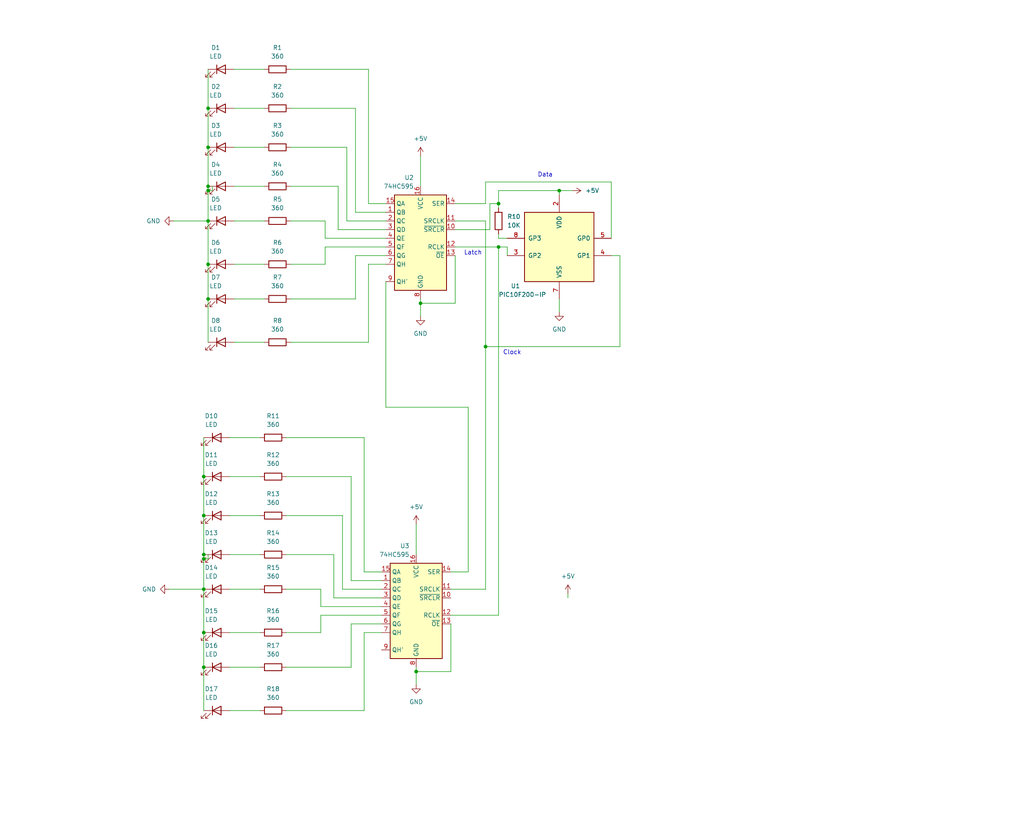
<source format=kicad_sch>
(kicad_sch (version 20230121) (generator eeschema)
  (paper "User" 299.999 240.995)
  (title_block (title "PIC10F200 and 2 x74HC595 with  two wires interface setup") (company "Ricardo Lima Caratti"))
  (lib_symbols
    (symbol "74xx:74HC595"
      (property "Reference" "U" (at -7.62 13.97 0))
      (property "Value" "74HC595" (at -7.62 -16.51 0))
      (symbol "74HC595_1_0"
        (pin tri_state line (at 10.16 7.62 180) (length 2.54) (name "QB") (number "1"))
        (pin input line (at -10.16 2.54 0) (length 2.54) (name "~{SRCLR}") (number "10"))
        (pin input line (at -10.16 5.08 0) (length 2.54) (name "SRCLK") (number "11"))
        (pin input line (at -10.16 -2.54 0) (length 2.54) (name "RCLK") (number "12"))
        (pin input line (at -10.16 -5.08 0) (length 2.54) (name "~{OE}") (number "13"))
        (pin input line (at -10.16 10.16 0) (length 2.54) (name "SER") (number "14"))
        (pin tri_state line (at 10.16 10.16 180) (length 2.54) (name "QA") (number "15"))
        (pin power_in line (at 0 15.24 270) (length 2.54) (name "VCC") (number "16"))
        (pin tri_state line (at 10.16 5.08 180) (length 2.54) (name "QC") (number "2"))
        (pin tri_state line (at 10.16 2.54 180) (length 2.54) (name "QD") (number "3"))
        (pin tri_state line (at 10.16 0 180) (length 2.54) (name "QE") (number "4"))
        (pin tri_state line (at 10.16 -2.54 180) (length 2.54) (name "QF") (number "5"))
        (pin tri_state line (at 10.16 -5.08 180) (length 2.54) (name "QG") (number "6"))
        (pin tri_state line (at 10.16 -7.62 180) (length 2.54) (name "QH") (number "7"))
        (pin power_in line (at 0 -17.78 90) (length 2.54) (name "GND") (number "8"))
        (pin output line (at 10.16 -12.7 180) (length 2.54) (name "QH'") (number "9"))
      )
      (symbol "74HC595_1_1"
        (rectangle (start -7.62 12.7) (end 7.62 -15.24) (stroke (width 0.254)) (fill (type background)))
      )
    )
    (symbol "Device:LED" (pin_numbers hide) (pin_names (offset 1.016) hide)
      (property "Reference" "D" (at 0 2.54 0))
      (property "Value" "LED" (at 0 -2.54 0))
      (symbol "LED_0_1"
        (polyline (pts (xy -1.27 -1.27) (xy -1.27 1.27)) (stroke (width 0.254)))
        (polyline (pts (xy -1.27 0) (xy 1.27 0)))
        (polyline (pts (xy 1.27 -1.27) (xy 1.27 1.27) (xy -1.27 0) (xy 1.27 -1.27)) (stroke (width 0.254)))
        (polyline (pts (xy -3.048 -0.762) (xy -4.572 -2.286) (xy -3.81 -2.286) (xy -4.572 -2.286) (xy -4.572 -1.524)))
        (polyline (pts (xy -1.778 -0.762) (xy -3.302 -2.286) (xy -2.54 -2.286) (xy -3.302 -2.286) (xy -3.302 -1.524)))
      )
      (symbol "LED_1_1"
        (pin passive line (at -3.81 0 0) (length 2.54) (name "K") (number "1"))
        (pin passive line (at 3.81 0 180) (length 2.54) (name "A") (number "2"))
      )
    )
    (symbol "Device:R" (pin_numbers hide) (pin_names (offset 0))
      (property "Reference" "R" (at 2.032 0 90))
      (property "Value" "R" (at 0 0 90))
      (symbol "R_0_1"
        (rectangle (start -1.016 -2.54) (end 1.016 2.54) (stroke (width 0.254)))
      )
      (symbol "R_1_1"
        (pin passive line (at 0 3.81 270) (length 1.27) (name "~") (number "1"))
        (pin passive line (at 0 -3.81 90) (length 1.27) (name "~") (number "2"))
      )
    )
    (symbol "MCU_Microchip_PIC10:PIC10F200-IP" (pin_names (offset 1.016))
      (property "Reference" "U" (at 1.27 13.97 0))
      (property "Value" "PIC10F200-IP" (at 1.27 11.43 0))
      (symbol "PIC10F200-IP_0_1"
        (rectangle (start -10.16 10.16) (end 10.16 -10.16) (stroke (width 0.254)) (fill (type background)))
      )
      (symbol "PIC10F200-IP_1_1"
        (pin power_in line (at 0 15.24 270) (length 5.08) (name "VDD") (number "2"))
        (pin bidirectional line (at 15.24 -2.54 180) (length 5.08) (name "GP2") (number "3"))
        (pin bidirectional line (at -15.24 -2.54 0) (length 5.08) (name "GP1") (number "4"))
        (pin bidirectional line (at -15.24 2.54 0) (length 5.08) (name "GP0") (number "5"))
        (pin power_in line (at 0 -15.24 90) (length 5.08) (name "VSS") (number "7"))
        (pin input line (at 15.24 2.54 180) (length 5.08) (name "GP3") (number "8"))
      )
    )
    (symbol "power:+5V" (power) (pin_names (offset 0))
      (property "Value" "+5V" (at 0 3.556 0))
      (symbol "+5V_0_1"
        (polyline (pts (xy -0.762 1.27) (xy 0 2.54)))
        (polyline (pts (xy 0 0) (xy 0 2.54)))
        (polyline (pts (xy 0 2.54) (xy 0.762 1.27)))
      )
      (symbol "+5V_1_1"
        (pin power_in line (at 0 0 90) (length 0) hide (name "+5V") (number "1"))
      )
    )
    (symbol "power:GND" (power) (pin_names (offset 0))
      (property "Value" "GND" (at 0 -3.81 0))
      (symbol "GND_0_1"
        (polyline (pts (xy 0 0) (xy 0 -1.27) (xy 1.27 -1.27) (xy 0 -2.54) (xy -1.27 -1.27) (xy 0 -1.27)))
      )
      (symbol "GND_1_1"
        (pin power_in line (at 0 0 270) (length 0) hide (name "GND") (number "1"))
      )
    )
  )
  (junction (at 59.69 163.83))
  (junction (at 123.19 88.9))
  (junction (at 60.96 54.61))
  (junction (at 60.96 64.77))
  (junction (at 60.96 77.47))
  (junction (at 59.69 162.56))
  (junction (at 60.96 87.63))
  (junction (at 59.69 151.13))
  (junction (at 163.83 55.88))
  (junction (at 59.69 139.7))
  (junction (at 60.96 31.75))
  (junction (at 121.92 196.85))
  (junction (at 146.05 59.69))
  (junction (at 60.96 43.18))
  (junction (at 59.69 195.58))
  (junction (at 59.69 172.72))
  (junction (at 60.96 55.88))
  (junction (at 146.05 72.39))
  (junction (at 59.69 185.42))
  (junction (at 142.24 101.6))
  (wire (pts (xy 67.31 195.58) (xy 76.2 195.58)))
  (wire (pts (xy 68.58 77.47) (xy 77.47 77.47)))
  (wire (pts (xy 62.23 54.61) (xy 62.23 55.88)))
  (wire (pts (xy 100.33 172.72) (xy 100.33 151.13)))
  (wire (pts (xy 60.96 55.88) (xy 60.96 64.77)))
  (wire (pts (xy 95.25 69.85) (xy 95.25 64.77)))
  (wire (pts (xy 166.37 173.99) (xy 166.37 175.26)))
  (wire (pts (xy 67.31 208.28) (xy 76.2 208.28)))
  (wire (pts (xy 85.09 64.77) (xy 95.25 64.77)))
  (wire (pts (xy 95.25 72.39) (xy 95.25 77.47)))
  (wire (pts (xy 121.92 196.85) (xy 132.08 196.85)))
  (wire (pts (xy 111.76 185.42) (xy 106.68 185.42)))
  (wire (pts (xy 111.76 170.18) (xy 102.87 170.18)))
  (wire (pts (xy 83.82 172.72) (xy 93.98 172.72)))
  (wire (pts (xy 102.87 170.18) (xy 102.87 139.7)))
  (wire (pts (xy 67.31 139.7) (xy 76.2 139.7)))
  (wire (pts (xy 67.31 128.27) (xy 76.2 128.27)))
  (wire (pts (xy 62.23 55.88) (xy 60.96 55.88)))
  (wire (pts (xy 85.09 100.33) (xy 107.95 100.33)))
  (wire (pts (xy 133.35 59.69) (xy 142.24 59.69)))
  (wire (pts (xy 59.69 172.72) (xy 59.69 185.42)))
  (wire (pts (xy 60.96 20.32) (xy 60.96 31.75)))
  (wire (pts (xy 142.24 172.72) (xy 142.24 101.6)))
  (wire (pts (xy 68.58 20.32) (xy 77.47 20.32)))
  (wire (pts (xy 60.96 77.47) (xy 60.96 87.63)))
  (wire (pts (xy 163.83 87.63) (xy 163.83 91.44)))
  (wire (pts (xy 133.35 72.39) (xy 146.05 72.39)))
  (wire (pts (xy 67.31 185.42) (xy 76.2 185.42)))
  (wire (pts (xy 60.96 43.18) (xy 60.96 54.61)))
  (wire (pts (xy 137.16 167.64) (xy 137.16 119.38)))
  (wire (pts (xy 60.96 31.75) (xy 60.96 43.18)))
  (wire (pts (xy 148.59 69.85) (xy 146.05 69.85)))
  (wire (pts (xy 67.31 151.13) (xy 76.2 151.13)))
  (wire (pts (xy 104.14 31.75) (xy 85.09 31.75)))
  (wire (pts (xy 49.53 172.72) (xy 59.69 172.72)))
  (wire (pts (xy 133.35 67.31) (xy 143.51 67.31)))
  (wire (pts (xy 111.76 175.26) (xy 97.79 175.26)))
  (wire (pts (xy 60.96 162.56) (xy 60.96 163.83)))
  (wire (pts (xy 59.69 139.7) (xy 59.69 151.13)))
  (wire (pts (xy 104.14 74.93) (xy 104.14 87.63)))
  (wire (pts (xy 123.19 88.9) (xy 123.19 92.71)))
  (wire (pts (xy 181.61 74.93) (xy 181.61 101.6)))
  (wire (pts (xy 101.6 64.77) (xy 101.6 43.18)))
  (wire (pts (xy 121.92 196.85) (xy 121.92 200.66)))
  (wire (pts (xy 163.83 57.15) (xy 163.83 55.88)))
  (wire (pts (xy 93.98 185.42) (xy 83.82 185.42)))
  (wire (pts (xy 111.76 177.8) (xy 93.98 177.8)))
  (wire (pts (xy 95.25 77.47) (xy 85.09 77.47)))
  (wire (pts (xy 104.14 62.23) (xy 104.14 31.75)))
  (wire (pts (xy 123.19 87.63) (xy 123.19 88.9)))
  (wire (pts (xy 113.03 77.47) (xy 107.95 77.47)))
  (wire (pts (xy 67.31 162.56) (xy 76.2 162.56)))
  (wire (pts (xy 83.82 128.27) (xy 106.68 128.27)))
  (wire (pts (xy 68.58 43.18) (xy 77.47 43.18)))
  (wire (pts (xy 107.95 77.47) (xy 107.95 100.33)))
  (wire (pts (xy 60.96 54.61) (xy 60.96 55.88)))
  (wire (pts (xy 142.24 64.77) (xy 142.24 101.6)))
  (wire (pts (xy 121.92 195.58) (xy 121.92 196.85)))
  (wire (pts (xy 146.05 55.88) (xy 163.83 55.88)))
  (wire (pts (xy 97.79 175.26) (xy 97.79 162.56)))
  (wire (pts (xy 99.06 54.61) (xy 85.09 54.61)))
  (wire (pts (xy 132.08 180.34) (xy 146.05 180.34)))
  (wire (pts (xy 68.58 100.33) (xy 77.47 100.33)))
  (wire (pts (xy 133.35 64.77) (xy 142.24 64.77)))
  (wire (pts (xy 113.03 62.23) (xy 104.14 62.23)))
  (wire (pts (xy 121.92 153.67) (xy 121.92 162.56)))
  (wire (pts (xy 132.08 182.88) (xy 132.08 196.85)))
  (wire (pts (xy 113.03 74.93) (xy 104.14 74.93)))
  (wire (pts (xy 93.98 177.8) (xy 93.98 172.72)))
  (wire (pts (xy 68.58 54.61) (xy 77.47 54.61)))
  (wire (pts (xy 106.68 167.64) (xy 111.76 167.64)))
  (wire (pts (xy 67.31 172.72) (xy 76.2 172.72)))
  (wire (pts (xy 123.19 45.72) (xy 123.19 54.61)))
  (wire (pts (xy 100.33 151.13) (xy 83.82 151.13)))
  (wire (pts (xy 59.69 163.83) (xy 59.69 172.72)))
  (wire (pts (xy 60.96 64.77) (xy 60.96 77.47)))
  (wire (pts (xy 132.08 167.64) (xy 137.16 167.64)))
  (wire (pts (xy 59.69 151.13) (xy 59.69 162.56)))
  (wire (pts (xy 133.35 74.93) (xy 133.35 88.9)))
  (wire (pts (xy 146.05 68.58) (xy 146.05 69.85)))
  (wire (pts (xy 107.95 20.32) (xy 107.95 59.69)))
  (wire (pts (xy 102.87 182.88) (xy 102.87 195.58)))
  (wire (pts (xy 68.58 64.77) (xy 77.47 64.77)))
  (wire (pts (xy 60.96 163.83) (xy 59.69 163.83)))
  (wire (pts (xy 111.76 172.72) (xy 100.33 172.72)))
  (wire (pts (xy 113.03 69.85) (xy 95.25 69.85)))
  (wire (pts (xy 113.03 64.77) (xy 101.6 64.77)))
  (wire (pts (xy 99.06 67.31) (xy 99.06 54.61)))
  (wire (pts (xy 50.8 64.77) (xy 60.96 64.77)))
  (wire (pts (xy 60.96 87.63) (xy 60.96 100.33)))
  (wire (pts (xy 163.83 55.88) (xy 167.64 55.88)))
  (wire (pts (xy 179.07 53.34) (xy 179.07 69.85)))
  (wire (pts (xy 179.07 74.93) (xy 181.61 74.93)))
  (wire (pts (xy 146.05 60.96) (xy 146.05 59.69)))
  (wire (pts (xy 59.69 162.56) (xy 59.69 163.83)))
  (wire (pts (xy 143.51 59.69) (xy 146.05 59.69)))
  (wire (pts (xy 113.03 119.38) (xy 113.03 82.55)))
  (wire (pts (xy 85.09 20.32) (xy 107.95 20.32)))
  (wire (pts (xy 106.68 185.42) (xy 106.68 208.28)))
  (wire (pts (xy 143.51 67.31) (xy 143.51 59.69)))
  (wire (pts (xy 142.24 59.69) (xy 142.24 53.34)))
  (wire (pts (xy 68.58 31.75) (xy 77.47 31.75)))
  (wire (pts (xy 107.95 59.69) (xy 113.03 59.69)))
  (wire (pts (xy 113.03 67.31) (xy 99.06 67.31)))
  (wire (pts (xy 111.76 180.34) (xy 93.98 180.34)))
  (wire (pts (xy 85.09 87.63) (xy 104.14 87.63)))
  (wire (pts (xy 83.82 195.58) (xy 102.87 195.58)))
  (wire (pts (xy 123.19 88.9) (xy 133.35 88.9)))
  (wire (pts (xy 181.61 101.6) (xy 142.24 101.6)))
  (wire (pts (xy 146.05 72.39) (xy 148.59 72.39)))
  (wire (pts (xy 68.58 87.63) (xy 77.47 87.63)))
  (wire (pts (xy 113.03 72.39) (xy 95.25 72.39)))
  (wire (pts (xy 142.24 53.34) (xy 179.07 53.34)))
  (wire (pts (xy 148.59 72.39) (xy 148.59 74.93)))
  (wire (pts (xy 59.69 185.42) (xy 59.69 195.58)))
  (wire (pts (xy 97.79 162.56) (xy 83.82 162.56)))
  (wire (pts (xy 106.68 128.27) (xy 106.68 167.64)))
  (wire (pts (xy 102.87 139.7) (xy 83.82 139.7)))
  (wire (pts (xy 146.05 180.34) (xy 146.05 72.39)))
  (wire (pts (xy 111.76 182.88) (xy 102.87 182.88)))
  (wire (pts (xy 83.82 208.28) (xy 106.68 208.28)))
  (wire (pts (xy 146.05 59.69) (xy 146.05 55.88)))
  (wire (pts (xy 132.08 172.72) (xy 142.24 172.72)))
  (wire (pts (xy 59.69 128.27) (xy 59.69 139.7)))
  (wire (pts (xy 59.69 195.58) (xy 59.69 208.28)))
  (wire (pts (xy 137.16 119.38) (xy 113.03 119.38)))
  (wire (pts (xy 101.6 43.18) (xy 85.09 43.18)))
  (wire (pts (xy 93.98 180.34) (xy 93.98 185.42)))
  (text "Data" (at 157.48 52.07 0) (effects (font (size 1.27 1.27)) (justify left bottom)))
  (text "Clock" (at 147.32 104.14 0) (effects (font (size 1.27 1.27)) (justify left bottom)))
  (text "Latch" (at 135.89 74.93 0) (effects (font (size 1.27 1.27)) (justify left bottom)))
  (symbol (lib_id "Device:R") (at 81.28 31.75 90) (unit 1)
    (property "Reference" "R2" (at 81.28 25.4 90))
    (property "Value" "360" (at 81.28 27.94 90))
  )
  (symbol (lib_id "Device:R") (at 81.28 20.32 90) (unit 1)
    (property "Reference" "R1" (at 81.28 13.97 90))
    (property "Value" "360" (at 81.28 16.51 90))
  )
  (symbol (lib_id "Device:LED") (at 64.77 31.75 0) (unit 1)
    (property "Reference" "D2" (at 63.1825 25.4 0))
    (property "Value" "LED" (at 63.1825 27.94 0))
  )
  (symbol (lib_id "74xx:74HC595") (at 121.92 177.8 0) (mirror y) (unit 1)
    (property "Reference" "U3" (at 119.9641 160.02 0) (effects (justify left)))
    (property "Value" "74HC595" (at 119.9641 162.56 0) (effects (justify left)))
    (property "Datasheet" "http://www.ti.com/lit/ds/symlink/sn74hc595.pdf" (effects hide))
  )
  (symbol (lib_id "Device:LED") (at 63.5 151.13 0) (unit 1)
    (property "Reference" "D12" (at 61.9125 144.78 0))
    (property "Value" "LED" (at 61.9125 147.32 0))
  )
  (symbol (lib_id "Device:LED") (at 64.77 20.32 0) (unit 1)
    (property "Reference" "D1" (at 63.1825 13.97 0))
    (property "Value" "LED" (at 63.1825 16.51 0))
  )
  (symbol (lib_id "power:+5V") (at 121.92 153.67 0) (unit 1)
    (property "Reference" "#PWR07" (effects hide))
    (property "Value" "+5V" (at 121.92 148.59 0))
  )
  (symbol (lib_id "74xx:74HC595") (at 123.19 69.85 0) (mirror y) (unit 1)
    (property "Reference" "U2" (at 121.2341 52.07 0) (effects (justify left)))
    (property "Value" "74HC595" (at 121.2341 54.61 0) (effects (justify left)))
    (property "Datasheet" "http://www.ti.com/lit/ds/symlink/sn74hc595.pdf" (effects hide))
  )
  (symbol (lib_id "Device:LED") (at 63.5 185.42 0) (unit 1)
    (property "Reference" "D15" (at 61.9125 179.07 0))
    (property "Value" "LED" (at 61.9125 181.61 0))
  )
  (symbol (lib_id "Device:LED") (at 64.77 43.18 0) (unit 1)
    (property "Reference" "D3" (at 63.1825 36.83 0))
    (property "Value" "LED" (at 63.1825 39.37 0))
  )
  (symbol (lib_id "Device:LED") (at 64.77 100.33 0) (unit 1)
    (property "Reference" "D8" (at 63.1825 93.98 0))
    (property "Value" "LED" (at 63.1825 96.52 0))
  )
  (symbol (lib_id "Device:R") (at 146.05 64.77 180) (unit 1)
    (property "Reference" "R10" (at 148.59 63.5 0) (effects (justify right)))
    (property "Value" "10K" (at 148.59 66.04 0) (effects (justify right)))
  )
  (symbol (lib_id "Device:R") (at 81.28 100.33 90) (unit 1)
    (property "Reference" "R8" (at 81.28 93.98 90))
    (property "Value" "360" (at 81.28 96.52 90))
  )
  (symbol (lib_id "power:+5V") (at 123.19 45.72 0) (unit 1)
    (property "Reference" "#PWR01" (effects hide))
    (property "Value" "+5V" (at 123.19 40.64 0))
  )
  (symbol (lib_id "Device:LED") (at 63.5 128.27 0) (unit 1)
    (property "Reference" "D10" (at 61.9125 121.92 0))
    (property "Value" "LED" (at 61.9125 124.46 0))
  )
  (symbol (lib_id "Device:R") (at 81.28 64.77 90) (unit 1)
    (property "Reference" "R5" (at 81.28 58.42 90))
    (property "Value" "360" (at 81.28 60.96 90))
  )
  (symbol (lib_id "Device:R") (at 81.28 54.61 90) (unit 1)
    (property "Reference" "R4" (at 81.28 48.26 90))
    (property "Value" "360" (at 81.28 50.8 90))
  )
  (symbol (lib_id "Device:R") (at 80.01 139.7 90) (unit 1)
    (property "Reference" "R12" (at 80.01 133.35 90))
    (property "Value" "360" (at 80.01 135.89 90))
  )
  (symbol (lib_id "Device:R") (at 81.28 77.47 90) (unit 1)
    (property "Reference" "R6" (at 81.28 71.12 90))
    (property "Value" "360" (at 81.28 73.66 90))
  )
  (symbol (lib_id "Device:R") (at 80.01 185.42 90) (unit 1)
    (property "Reference" "R16" (at 80.01 179.07 90))
    (property "Value" "360" (at 80.01 181.61 90))
  )
  (symbol (lib_id "Device:R") (at 81.28 87.63 90) (unit 1)
    (property "Reference" "R7" (at 81.28 81.28 90))
    (property "Value" "360" (at 81.28 83.82 90))
  )
  (symbol (lib_id "power:GND") (at 123.19 92.71 0) (unit 1)
    (property "Reference" "#PWR04" (effects hide))
    (property "Value" "GND" (at 123.19 97.79 0))
  )
  (symbol (lib_id "Device:R") (at 80.01 208.28 90) (unit 1)
    (property "Reference" "R18" (at 80.01 201.93 90))
    (property "Value" "360" (at 80.01 204.47 90))
  )
  (symbol (lib_id "Device:R") (at 81.28 43.18 90) (unit 1)
    (property "Reference" "R3" (at 81.28 36.83 90))
    (property "Value" "360" (at 81.28 39.37 90))
  )
  (symbol (lib_id "Device:LED") (at 63.5 195.58 0) (unit 1)
    (property "Reference" "D16" (at 61.9125 189.23 0))
    (property "Value" "LED" (at 61.9125 191.77 0))
  )
  (symbol (lib_id "MCU_Microchip_PIC10:PIC10F200-IP") (at 163.83 72.39 0) (mirror y) (unit 1)
    (property "Reference" "U1" (at 152.4 83.82 0) (effects (justify left)))
    (property "Value" "PIC10F200-IP" (at 160.02 86.36 0) (effects (justify left)))
    (property "Footprint" "Package_DIP:DIP-8_W7.62mm" (effects hide))
    (property "Datasheet" "http://ww1.microchip.com/downloads/en/DeviceDoc/41239D.pdf" (effects hide))
  )
  (symbol (lib_id "power:GND") (at 49.53 172.72 270) (unit 1)
    (property "Reference" "#PWR06" (effects hide))
    (property "Value" "GND" (at 45.72 172.72 90) (effects (justify right)))
  )
  (symbol (lib_id "Device:LED") (at 64.77 64.77 0) (unit 1)
    (property "Reference" "D5" (at 63.1825 58.42 0))
    (property "Value" "LED" (at 63.1825 60.96 0))
  )
  (symbol (lib_id "Device:LED") (at 64.77 77.47 0) (unit 1)
    (property "Reference" "D6" (at 63.1825 71.12 0))
    (property "Value" "LED" (at 63.1825 73.66 0))
  )
  (symbol (lib_id "power:+5V") (at 166.37 173.99 0) (unit 1)
    (property "Reference" "#PWR09" (effects hide))
    (property "Value" "+5V" (at 166.37 168.91 0))
  )
  (symbol (lib_id "power:GND") (at 121.92 200.66 0) (unit 1)
    (property "Reference" "#PWR08" (effects hide))
    (property "Value" "GND" (at 121.92 205.74 0))
  )
  (symbol (lib_id "power:+5V") (at 167.64 55.88 270) (unit 1)
    (property "Reference" "#PWR05" (effects hide))
    (property "Value" "+5V" (at 171.45 55.88 90) (effects (justify left)))
  )
  (symbol (lib_id "Device:R") (at 80.01 162.56 90) (unit 1)
    (property "Reference" "R14" (at 80.01 156.21 90))
    (property "Value" "360" (at 80.01 158.75 90))
  )
  (symbol (lib_id "Device:LED") (at 64.77 54.61 0) (unit 1)
    (property "Reference" "D4" (at 63.1825 48.26 0))
    (property "Value" "LED" (at 63.1825 50.8 0))
  )
  (symbol (lib_id "Device:R") (at 80.01 151.13 90) (unit 1)
    (property "Reference" "R13" (at 80.01 144.78 90))
    (property "Value" "360" (at 80.01 147.32 90))
  )
  (symbol (lib_id "Device:R") (at 80.01 128.27 90) (unit 1)
    (property "Reference" "R11" (at 80.01 121.92 90))
    (property "Value" "360" (at 80.01 124.46 90))
  )
  (symbol (lib_id "Device:LED") (at 63.5 208.28 0) (unit 1)
    (property "Reference" "D17" (at 61.9125 201.93 0))
    (property "Value" "LED" (at 61.9125 204.47 0))
  )
  (symbol (lib_id "Device:LED") (at 63.5 162.56 0) (unit 1)
    (property "Reference" "D13" (at 61.9125 156.21 0))
    (property "Value" "LED" (at 61.9125 158.75 0))
  )
  (symbol (lib_id "Device:R") (at 80.01 195.58 90) (unit 1)
    (property "Reference" "R17" (at 80.01 189.23 90))
    (property "Value" "360" (at 80.01 191.77 90))
  )
  (symbol (lib_id "power:GND") (at 163.83 91.44 0) (unit 1)
    (property "Reference" "#PWR02" (effects hide))
    (property "Value" "GND" (at 163.83 96.52 0))
  )
  (symbol (lib_id "Device:LED") (at 64.77 87.63 0) (unit 1)
    (property "Reference" "D7" (at 63.1825 81.28 0))
    (property "Value" "LED" (at 63.1825 83.82 0))
  )
  (symbol (lib_id "Device:LED") (at 63.5 139.7 0) (unit 1)
    (property "Reference" "D11" (at 61.9125 133.35 0))
    (property "Value" "LED" (at 61.9125 135.89 0))
  )
  (symbol (lib_id "Device:LED") (at 63.5 172.72 0) (unit 1)
    (property "Reference" "D14" (at 61.9125 166.37 0))
    (property "Value" "LED" (at 61.9125 168.91 0))
  )
  (symbol (lib_id "Device:R") (at 80.01 172.72 90) (unit 1)
    (property "Reference" "R15" (at 80.01 166.37 90))
    (property "Value" "360" (at 80.01 168.91 90))
  )
  (symbol (lib_id "power:GND") (at 50.8 64.77 270) (unit 1)
    (property "Reference" "#PWR03" (effects hide))
    (property "Value" "GND" (at 46.99 64.77 90) (effects (justify right)))
  )
)
</source>
